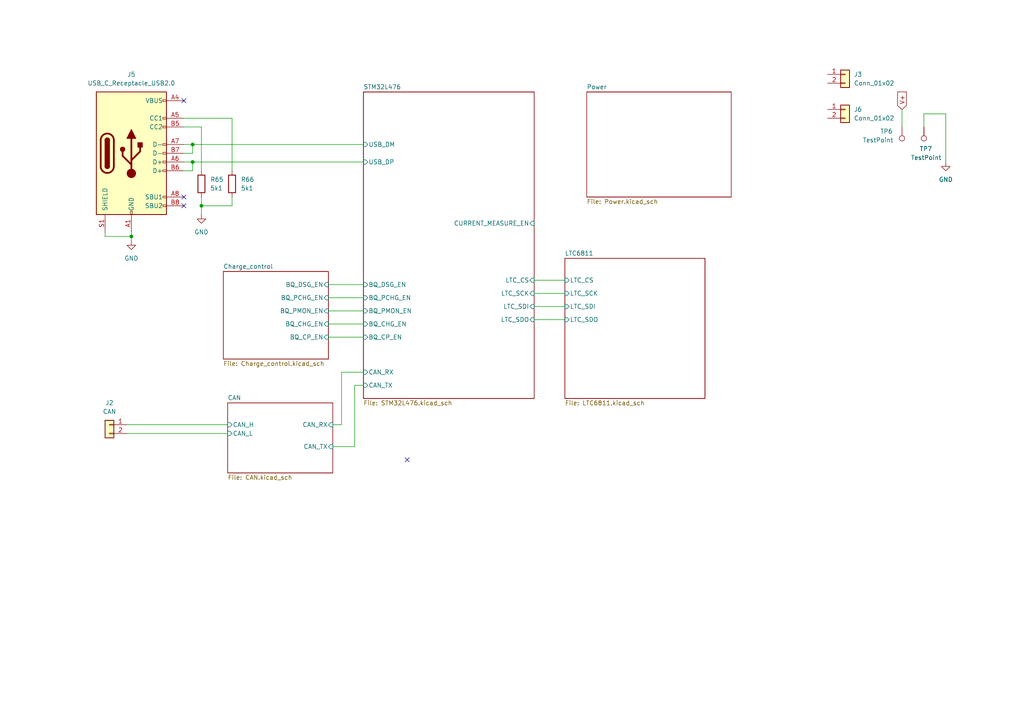
<source format=kicad_sch>
(kicad_sch (version 20211123) (generator eeschema)
  (paper "A4")
  (lib_symbols
    (symbol "Connector:TestPoint" (pin_numbers hide) (pin_names (offset 0.762) hide)
      (property "Reference" "TP" (at 0 6.858 0))
      (property "Value" "TestPoint" (at 0 5.08 0))
      (symbol "TestPoint_0_1"
        (circle (center 0 3.302) (radius 0.762))
      )
      (symbol "TestPoint_1_1"
        (pin passive line (at 0 0 90) (length 2.54) (name "1") (number "1"))
      )
    )
    (symbol "Connector:USB_C_Receptacle_USB2.0" (pin_names (offset 1.016))
      (property "Reference" "J" (at -10.16 19.05 0))
      (property "Value" "USB_C_Receptacle_USB2.0" (at 19.05 19.05 0))
      (symbol "USB_C_Receptacle_USB2.0_0_0"
        (rectangle (start -0.254 -17.78) (end 0.254 -16.764))
        (rectangle (start 10.16 -14.986) (end 9.144 -15.494))
        (rectangle (start 10.16 -12.446) (end 9.144 -12.954))
        (rectangle (start 10.16 -4.826) (end 9.144 -5.334))
        (rectangle (start 10.16 -2.286) (end 9.144 -2.794))
        (rectangle (start 10.16 0.254) (end 9.144 -0.254))
        (rectangle (start 10.16 2.794) (end 9.144 2.286))
        (rectangle (start 10.16 7.874) (end 9.144 7.366))
        (rectangle (start 10.16 10.414) (end 9.144 9.906))
        (rectangle (start 10.16 15.494) (end 9.144 14.986))
      )
      (symbol "USB_C_Receptacle_USB2.0_0_1"
        (rectangle (start -10.16 17.78) (end 10.16 -17.78) (stroke (width 0.254)) (fill (type background)))
        (arc (start -8.89 -3.81) (mid -6.985 -5.715) (end -5.08 -3.81) (stroke (width 0.508)))
        (arc (start -7.62 -3.81) (mid -6.985 -4.445) (end -6.35 -3.81) (stroke (width 0.254)))
        (arc (start -7.62 -3.81) (mid -6.985 -4.445) (end -6.35 -3.81) (stroke (width 0.254)) (fill (type outline)))
        (rectangle (start -7.62 -3.81) (end -6.35 3.81) (stroke (width 0.254)) (fill (type outline)))
        (arc (start -6.35 3.81) (mid -6.985 4.445) (end -7.62 3.81) (stroke (width 0.254)))
        (arc (start -6.35 3.81) (mid -6.985 4.445) (end -7.62 3.81) (stroke (width 0.254)) (fill (type outline)))
        (arc (start -5.08 3.81) (mid -6.985 5.715) (end -8.89 3.81) (stroke (width 0.508)))
        (circle (center -2.54 1.143) (radius 0.635) (stroke (width 0.254)) (fill (type outline)))
        (circle (center 0 -5.842) (radius 1.27) (fill (type outline)))
        (polyline (pts (xy -8.89 -3.81) (xy -8.89 3.81)) (stroke (width 0.508)))
        (polyline (pts (xy -5.08 3.81) (xy -5.08 -3.81)) (stroke (width 0.508)))
        (polyline (pts (xy 0 -5.842) (xy 0 4.318)) (stroke (width 0.508)))
        (polyline (pts (xy 0 -3.302) (xy -2.54 -0.762) (xy -2.54 0.508)) (stroke (width 0.508)))
        (polyline (pts (xy 0 -2.032) (xy 2.54 0.508) (xy 2.54 1.778)) (stroke (width 0.508)))
        (polyline (pts (xy -1.27 4.318) (xy 0 6.858) (xy 1.27 4.318) (xy -1.27 4.318)) (stroke (width 0.254)) (fill (type outline)))
        (rectangle (start 1.905 1.778) (end 3.175 3.048) (stroke (width 0.254)) (fill (type outline)))
      )
      (symbol "USB_C_Receptacle_USB2.0_1_1"
        (pin passive line (at 0 -22.86 90) (length 5.08) (name "GND") (number "A1"))
        (pin passive line (at 0 -22.86 90) (length 5.08) hide (name "GND") (number "A12"))
        (pin passive line (at 15.24 15.24 180) (length 5.08) (name "VBUS") (number "A4"))
        (pin bidirectional line (at 15.24 10.16 180) (length 5.08) (name "CC1") (number "A5"))
        (pin bidirectional line (at 15.24 -2.54 180) (length 5.08) (name "D+") (number "A6"))
        (pin bidirectional line (at 15.24 2.54 180) (length 5.08) (name "D-") (number "A7"))
        (pin bidirectional line (at 15.24 -12.7 180) (length 5.08) (name "SBU1") (number "A8"))
        (pin passive line (at 15.24 15.24 180) (length 5.08) hide (name "VBUS") (number "A9"))
        (pin passive line (at 0 -22.86 90) (length 5.08) hide (name "GND") (number "B1"))
        (pin passive line (at 0 -22.86 90) (length 5.08) hide (name "GND") (number "B12"))
        (pin passive line (at 15.24 15.24 180) (length 5.08) hide (name "VBUS") (number "B4"))
        (pin bidirectional line (at 15.24 7.62 180) (length 5.08) (name "CC2") (number "B5"))
        (pin bidirectional line (at 15.24 -5.08 180) (length 5.08) (name "D+") (number "B6"))
        (pin bidirectional line (at 15.24 0 180) (length 5.08) (name "D-") (number "B7"))
        (pin bidirectional line (at 15.24 -15.24 180) (length 5.08) (name "SBU2") (number "B8"))
        (pin passive line (at 15.24 15.24 180) (length 5.08) hide (name "VBUS") (number "B9"))
        (pin passive line (at -7.62 -22.86 90) (length 5.08) (name "SHIELD") (number "S1"))
      )
    )
    (symbol "Connector_Generic:Conn_01x02" (pin_names (offset 1.016) hide)
      (property "Reference" "J" (at 0 2.54 0))
      (property "Value" "Conn_01x02" (at 0 -5.08 0))
      (symbol "Conn_01x02_1_1"
        (rectangle (start -1.27 -2.413) (end 0 -2.667) (stroke (width 0.1524)))
        (rectangle (start -1.27 0.127) (end 0 -0.127) (stroke (width 0.1524)))
        (rectangle (start -1.27 1.27) (end 1.27 -3.81) (stroke (width 0.254)) (fill (type background)))
        (pin passive line (at -5.08 0 0) (length 3.81) (name "Pin_1") (number "1"))
        (pin passive line (at -5.08 -2.54 0) (length 3.81) (name "Pin_2") (number "2"))
      )
    )
    (symbol "Device:R" (pin_numbers hide) (pin_names (offset 0))
      (property "Reference" "R" (at 2.032 0 90))
      (property "Value" "R" (at 0 0 90))
      (symbol "R_0_1"
        (rectangle (start -1.016 -2.54) (end 1.016 2.54) (stroke (width 0.254)))
      )
      (symbol "R_1_1"
        (pin passive line (at 0 3.81 270) (length 1.27) (name "~") (number "1"))
        (pin passive line (at 0 -3.81 90) (length 1.27) (name "~") (number "2"))
      )
    )
    (symbol "power:GND" (power) (pin_names (offset 0))
      (property "Value" "GND" (at 0 -3.81 0))
      (symbol "GND_0_1"
        (polyline (pts (xy 0 0) (xy 0 -1.27) (xy 1.27 -1.27) (xy 0 -2.54) (xy -1.27 -1.27) (xy 0 -1.27)))
      )
      (symbol "GND_1_1"
        (pin power_in line (at 0 0 270) (length 0) hide (name "GND") (number "1"))
      )
    )
  )
  (junction (at 58.42 59.69))
  (junction (at 55.88 46.99))
  (junction (at 55.88 41.91))
  (junction (at 38.1 68.58))
  (no_connect (at 53.34 29.21))
  (no_connect (at 118.11 133.35))
  (no_connect (at 53.34 57.15))
  (no_connect (at 53.34 59.69))
  (wire (pts (xy 55.88 41.91) (xy 105.41 41.91)))
  (wire (pts (xy 53.34 41.91) (xy 55.88 41.91)))
  (wire (pts (xy 55.88 44.45) (xy 55.88 41.91)))
  (wire (pts (xy 154.94 81.28) (xy 163.83 81.28)))
  (wire (pts (xy 30.48 68.58) (xy 38.1 68.58)))
  (wire (pts (xy 38.1 68.58) (xy 38.1 69.85)))
  (wire (pts (xy 36.83 125.73) (xy 66.04 125.73)))
  (wire (pts (xy 261.62 31.75) (xy 261.62 36.83)))
  (wire (pts (xy 58.42 57.15) (xy 58.42 59.69)))
  (wire (pts (xy 38.1 67.31) (xy 38.1 68.58)))
  (wire (pts (xy 67.31 57.15) (xy 67.31 59.69)))
  (wire (pts (xy 99.06 107.95) (xy 99.06 123.19)))
  (wire (pts (xy 36.83 123.19) (xy 66.04 123.19)))
  (wire (pts (xy 95.25 97.79) (xy 105.41 97.79)))
  (wire (pts (xy 105.41 111.76) (xy 102.87 111.76)))
  (wire (pts (xy 274.32 33.02) (xy 274.32 46.99)))
  (wire (pts (xy 95.25 90.17) (xy 105.41 90.17)))
  (wire (pts (xy 58.42 36.83) (xy 53.34 36.83)))
  (wire (pts (xy 53.34 34.29) (xy 67.31 34.29)))
  (wire (pts (xy 53.34 49.53) (xy 55.88 49.53)))
  (wire (pts (xy 102.87 129.54) (xy 96.52 129.54)))
  (wire (pts (xy 95.25 82.55) (xy 105.41 82.55)))
  (wire (pts (xy 58.42 59.69) (xy 58.42 62.23)))
  (wire (pts (xy 99.06 123.19) (xy 96.52 123.19)))
  (wire (pts (xy 53.34 46.99) (xy 55.88 46.99)))
  (wire (pts (xy 267.97 33.02) (xy 274.32 33.02)))
  (wire (pts (xy 53.34 44.45) (xy 55.88 44.45)))
  (wire (pts (xy 30.48 67.31) (xy 30.48 68.58)))
  (wire (pts (xy 154.94 92.71) (xy 163.83 92.71)))
  (wire (pts (xy 267.97 33.02) (xy 267.97 36.83)))
  (wire (pts (xy 58.42 49.53) (xy 58.42 36.83)))
  (wire (pts (xy 154.94 85.09) (xy 163.83 85.09)))
  (wire (pts (xy 55.88 46.99) (xy 105.41 46.99)))
  (wire (pts (xy 55.88 49.53) (xy 55.88 46.99)))
  (wire (pts (xy 67.31 34.29) (xy 67.31 49.53)))
  (wire (pts (xy 95.25 93.98) (xy 105.41 93.98)))
  (wire (pts (xy 154.94 88.9) (xy 163.83 88.9)))
  (wire (pts (xy 102.87 111.76) (xy 102.87 129.54)))
  (wire (pts (xy 95.25 86.36) (xy 105.41 86.36)))
  (wire (pts (xy 105.41 107.95) (xy 99.06 107.95)))
  (wire (pts (xy 67.31 59.69) (xy 58.42 59.69)))
  (global_label "V+" (shape input) (at 261.62 31.75 90) (property "Intersheet References" "${INTERSHEET_REFS}" (effects hide)))
  (symbol (lib_id "Connector:TestPoint") (at 267.97 36.83 180) (unit 1)
    (property "Reference" "TP7" (at 266.7 43.18 0) (effects (justify right)))
    (property "Value" "TestPoint" (at 264.16 45.72 0) (effects (justify right)))
    (property "Footprint" "FLUX-BMS:PAD" (effects hide))
  )
  (symbol (lib_id "Device:R") (at 67.31 53.34 0) (unit 1)
    (property "Reference" "R66" (at 69.85 52.0699 0) (effects (justify left)))
    (property "Value" "5k1" (at 69.85 54.6099 0) (effects (justify left)))
    (property "Footprint" "Resistor_SMD:R_0805_2012Metric" (effects hide))
  )
  (symbol (lib_id "power:GND") (at 38.1 69.85 0) (unit 1)
    (property "Reference" "#PWR0121" (effects hide))
    (property "Value" "GND" (at 38.1 74.93 0))
  )
  (symbol (lib_id "power:GND") (at 274.32 46.99 0) (unit 1)
    (property "Reference" "#PWR0126" (effects hide))
    (property "Value" "GND" (at 274.32 52.07 0))
  )
  (symbol (lib_id "Connector_Generic:Conn_01x02") (at 31.75 123.19 0) (mirror y) (unit 1)
    (property "Reference" "J2" (at 31.75 116.84 0))
    (property "Value" "CAN" (at 31.75 119.38 0))
    (property "Footprint" "Connector_JST:JST_PH_B2B-PH-K_1x02_P2.00mm_Vertical" (effects hide))
  )
  (symbol (lib_id "Connector:USB_C_Receptacle_USB2.0") (at 38.1 44.45 0) (unit 1)
    (property "Reference" "J5" (at 38.1 21.59 0))
    (property "Value" "USB_C_Receptacle_USB2.0" (at 38.1 24.13 0))
    (property "Footprint" "Connector_USB:USB_C_Receptacle_HRO_TYPE-C-31-M-12" (effects hide))
    (property "Datasheet" "https://www.usb.org/sites/default/files/documents/usb_type-c.zip" (effects hide))
  )
  (symbol (lib_id "power:GND") (at 58.42 62.23 0) (unit 1)
    (property "Reference" "#PWR0124" (effects hide))
    (property "Value" "GND" (at 58.42 67.31 0))
  )
  (symbol (lib_id "Connector_Generic:Conn_01x02") (at 245.11 21.59 0) (unit 1)
    (property "Reference" "J3" (at 247.65 21.5899 0) (effects (justify left)))
    (property "Value" "Conn_01x02" (at 247.65 24.1299 0) (effects (justify left)))
    (property "Footprint" "Connector_AMASS:AMASS_XT60-M_1x02_P7.20mm_Vertical" (effects hide))
  )
  (symbol (lib_id "Connector_Generic:Conn_01x02") (at 245.11 31.75 0) (unit 1)
    (property "Reference" "J6" (at 247.65 31.7499 0) (effects (justify left)))
    (property "Value" "Conn_01x02" (at 247.65 34.2899 0) (effects (justify left)))
    (property "Footprint" "Connector_AMASS:AMASS_XT60-M_1x02_P7.20mm_Vertical" (effects hide))
  )
  (symbol (lib_id "Device:R") (at 58.42 53.34 0) (unit 1)
    (property "Reference" "R65" (at 60.96 52.0699 0) (effects (justify left)))
    (property "Value" "5k1" (at 60.96 54.6099 0) (effects (justify left)))
    (property "Footprint" "Resistor_SMD:R_0805_2012Metric" (effects hide))
  )
  (symbol (lib_id "Connector:TestPoint") (at 261.62 36.83 180) (unit 1)
    (property "Reference" "TP6" (at 255.27 38.1 0) (effects (justify right)))
    (property "Value" "TestPoint" (at 250.19 40.64 0) (effects (justify right)))
    (property "Footprint" "FLUX-BMS:PAD" (effects hide))
  )
  (sheet (at 170.18 26.67) (size 41.91 30.48) (stroke (width 0.1524))
    (property "Sheet name" "Power" (at 170.18 25.9584 0) (effects (justify left bottom)))
    (property "Sheet file" "Power.kicad_sch" (at 170.18 57.7346 0) (effects (justify left top)))
  )
  (sheet (at 105.41 26.67) (size 49.53 88.9) (stroke (width 0.1524))
    (property "Sheet name" "STM32L476" (at 105.41 25.9584 0) (effects (justify left bottom)))
    (property "Sheet file" "STM32L476.kicad_sch" (at 105.41 116.1546 0) (effects (justify left top)))
    (pin "LTC_CS" input (at 154.94 81.28 0))
    (pin "LTC_SCK" input (at 154.94 85.09 0))
    (pin "LTC_SDO" input (at 154.94 92.71 0))
    (pin "LTC_SDI" input (at 154.94 88.9 0))
    (pin "BQ_CHG_EN" input (at 105.41 93.98 180))
    (pin "BQ_CP_EN" input (at 105.41 97.79 180))
    (pin "BQ_DSG_EN" input (at 105.41 82.55 180))
    (pin "BQ_PMON_EN" input (at 105.41 90.17 180))
    (pin "BQ_PCHG_EN" input (at 105.41 86.36 180))
    (pin "CAN_RX" input (at 105.41 107.95 180))
    (pin "CAN_TX" input (at 105.41 111.76 180))
    (pin "USB_DM" input (at 105.41 41.91 180))
    (pin "USB_DP" input (at 105.41 46.99 180))
    (pin "CURRENT_MEASURE_EN" input (at 154.94 64.77 0))
  )
  (sheet (at 163.83 74.93) (size 40.64 40.64) (stroke (width 0.1524))
    (property "Sheet name" "LTC6811" (at 163.83 74.2184 0) (effects (justify left bottom)))
    (property "Sheet file" "LTC6811.kicad_sch" (at 163.83 116.1546 0) (effects (justify left top)))
    (pin "LTC_CS" input (at 163.83 81.28 180))
    (pin "LTC_SCK" input (at 163.83 85.09 180))
    (pin "LTC_SDI" input (at 163.83 88.9 180))
    (pin "LTC_SDO" input (at 163.83 92.71 180))
  )
  (sheet (at 66.04 116.84) (size 30.48 20.32) (stroke (width 0.1524))
    (property "Sheet name" "CAN" (at 66.04 116.1284 0) (effects (justify left bottom)))
    (property "Sheet file" "CAN.kicad_sch" (at 66.04 137.7446 0) (effects (justify left top)))
    (pin "CAN_TX" input (at 96.52 129.54 0))
    (pin "CAN_RX" input (at 96.52 123.19 0))
    (pin "CAN_H" input (at 66.04 123.19 180))
    (pin "CAN_L" input (at 66.04 125.73 180))
  )
  (sheet (at 64.77 78.74) (size 30.48 25.4) (stroke (width 0.1524))
    (property "Sheet name" "Charge_control" (at 64.77 78.0284 0) (effects (justify left bottom)))
    (property "Sheet file" "Charge_control.kicad_sch" (at 64.77 104.7246 0) (effects (justify left top)))
    (pin "BQ_DSG_EN" input (at 95.25 82.55 0))
    (pin "BQ_PCHG_EN" input (at 95.25 86.36 0))
    (pin "BQ_PMON_EN" input (at 95.25 90.17 0))
    (pin "BQ_CHG_EN" input (at 95.25 93.98 0))
    (pin "BQ_CP_EN" input (at 95.25 97.79 0))
  )
)
</source>
